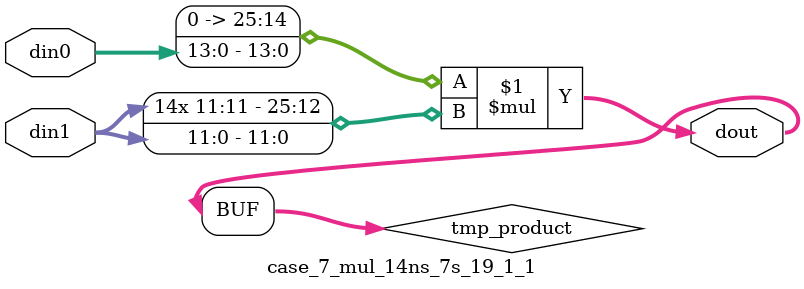
<source format=v>

`timescale 1 ns / 1 ps

 (* use_dsp = "no" *)  module case_7_mul_14ns_7s_19_1_1(din0, din1, dout);
parameter ID = 1;
parameter NUM_STAGE = 0;
parameter din0_WIDTH = 14;
parameter din1_WIDTH = 12;
parameter dout_WIDTH = 26;

input [din0_WIDTH - 1 : 0] din0; 
input [din1_WIDTH - 1 : 0] din1; 
output [dout_WIDTH - 1 : 0] dout;

wire signed [dout_WIDTH - 1 : 0] tmp_product;

























assign tmp_product = $signed({1'b0, din0}) * $signed(din1);










assign dout = tmp_product;





















endmodule

</source>
